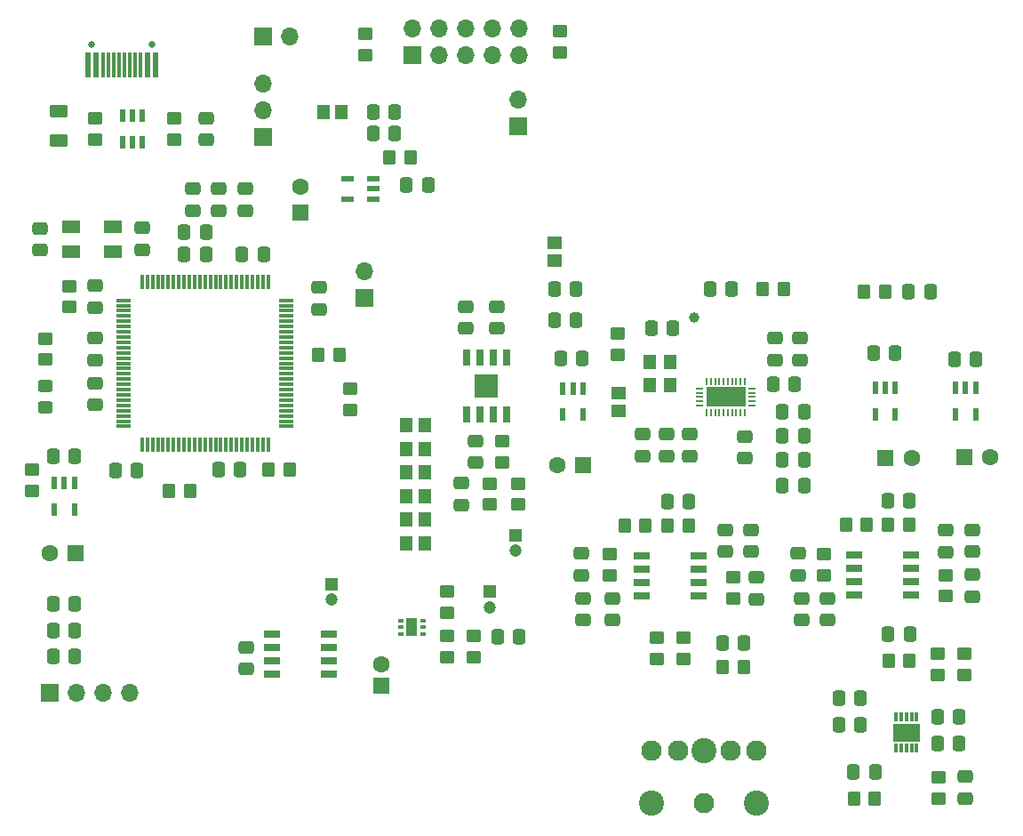
<source format=gts>
G04 #@! TF.GenerationSoftware,KiCad,Pcbnew,(6.0.0)*
G04 #@! TF.CreationDate,2022-06-03T20:07:36-07:00*
G04 #@! TF.ProjectId,steDAC,73746544-4143-42e6-9b69-6361645f7063,rev?*
G04 #@! TF.SameCoordinates,Original*
G04 #@! TF.FileFunction,Soldermask,Top*
G04 #@! TF.FilePolarity,Negative*
%FSLAX46Y46*%
G04 Gerber Fmt 4.6, Leading zero omitted, Abs format (unit mm)*
G04 Created by KiCad (PCBNEW (6.0.0)) date 2022-06-03 20:07:36*
%MOMM*%
%LPD*%
G01*
G04 APERTURE LIST*
G04 Aperture macros list*
%AMRoundRect*
0 Rectangle with rounded corners*
0 $1 Rounding radius*
0 $2 $3 $4 $5 $6 $7 $8 $9 X,Y pos of 4 corners*
0 Add a 4 corners polygon primitive as box body*
4,1,4,$2,$3,$4,$5,$6,$7,$8,$9,$2,$3,0*
0 Add four circle primitives for the rounded corners*
1,1,$1+$1,$2,$3*
1,1,$1+$1,$4,$5*
1,1,$1+$1,$6,$7*
1,1,$1+$1,$8,$9*
0 Add four rect primitives between the rounded corners*
20,1,$1+$1,$2,$3,$4,$5,0*
20,1,$1+$1,$4,$5,$6,$7,0*
20,1,$1+$1,$6,$7,$8,$9,0*
20,1,$1+$1,$8,$9,$2,$3,0*%
G04 Aperture macros list end*
%ADD10R,1.528000X0.650000*%
%ADD11RoundRect,0.250000X0.350000X0.450000X-0.350000X0.450000X-0.350000X-0.450000X0.350000X-0.450000X0*%
%ADD12RoundRect,0.250000X0.337500X0.475000X-0.337500X0.475000X-0.337500X-0.475000X0.337500X-0.475000X0*%
%ADD13RoundRect,0.250000X-0.350000X-0.450000X0.350000X-0.450000X0.350000X0.450000X-0.350000X0.450000X0*%
%ADD14R,1.700000X1.700000*%
%ADD15O,1.700000X1.700000*%
%ADD16RoundRect,0.250000X-0.475000X0.337500X-0.475000X-0.337500X0.475000X-0.337500X0.475000X0.337500X0*%
%ADD17R,1.200000X1.200000*%
%ADD18C,1.200000*%
%ADD19R,0.600000X0.350000*%
%ADD20R,1.100000X1.700000*%
%ADD21RoundRect,0.250000X-0.450000X0.350000X-0.450000X-0.350000X0.450000X-0.350000X0.450000X0.350000X0*%
%ADD22R,1.800000X1.200000*%
%ADD23RoundRect,0.250000X-0.337500X-0.475000X0.337500X-0.475000X0.337500X0.475000X-0.337500X0.475000X0*%
%ADD24RoundRect,0.250000X0.450000X-0.350000X0.450000X0.350000X-0.450000X0.350000X-0.450000X-0.350000X0*%
%ADD25R,1.200000X1.400000*%
%ADD26RoundRect,0.250000X0.475000X-0.337500X0.475000X0.337500X-0.475000X0.337500X-0.475000X-0.337500X0*%
%ADD27R,0.600000X1.150000*%
%ADD28R,1.526000X0.650000*%
%ADD29R,1.400000X1.200000*%
%ADD30C,1.950000*%
%ADD31C,2.400000*%
%ADD32R,1.475000X0.300000*%
%ADD33R,0.300000X1.475000*%
%ADD34C,0.650000*%
%ADD35R,0.600000X2.450000*%
%ADD36R,0.300000X2.450000*%
%ADD37RoundRect,0.250000X0.450000X-0.325000X0.450000X0.325000X-0.450000X0.325000X-0.450000X-0.325000X0*%
%ADD38R,1.600000X1.600000*%
%ADD39C,1.600000*%
%ADD40R,1.150000X0.600000*%
%ADD41R,0.200000X0.750000*%
%ADD42R,0.750000X0.200000*%
%ADD43R,3.850000X1.850000*%
%ADD44R,0.650000X1.525000*%
%ADD45R,2.290000X2.290000*%
%ADD46RoundRect,0.250000X-0.625000X0.375000X-0.625000X-0.375000X0.625000X-0.375000X0.625000X0.375000X0*%
%ADD47R,0.300000X0.850000*%
%ADD48R,2.500000X1.750000*%
%ADD49C,1.000000*%
G04 APERTURE END LIST*
D10*
X175873500Y-111805000D03*
X175873500Y-110535000D03*
X175873500Y-109265000D03*
X175873500Y-107995000D03*
X170451500Y-107995000D03*
X170451500Y-109265000D03*
X170451500Y-110535000D03*
X170451500Y-111805000D03*
D11*
X171662500Y-105150000D03*
X169662500Y-105150000D03*
D12*
X174350000Y-88750000D03*
X172275000Y-88750000D03*
D13*
X171412500Y-82900000D03*
X173412500Y-82900000D03*
D12*
X158800000Y-82700000D03*
X156725000Y-82700000D03*
D14*
X114162500Y-68175000D03*
D15*
X114162500Y-65635000D03*
X114162500Y-63095000D03*
D16*
X144412500Y-107862500D03*
X144412500Y-109937500D03*
D17*
X135700000Y-111500000D03*
D18*
X135700000Y-113000000D03*
D19*
X129350000Y-115525000D03*
X129350000Y-114875000D03*
X129350000Y-114225000D03*
X127250000Y-114225000D03*
X127250000Y-114875000D03*
X127250000Y-115525000D03*
D20*
X128300000Y-114875000D03*
D12*
X154700000Y-102900000D03*
X152625000Y-102900000D03*
D16*
X160012500Y-96712500D03*
X160012500Y-98787500D03*
D11*
X150562500Y-105200000D03*
X148562500Y-105200000D03*
D21*
X147162500Y-107900000D03*
X147162500Y-109900000D03*
D11*
X154662500Y-105200000D03*
X152662500Y-105200000D03*
D22*
X99862500Y-76750000D03*
X95862500Y-76750000D03*
X95862500Y-79150000D03*
X99862500Y-79150000D03*
D23*
X163625000Y-94400000D03*
X165700000Y-94400000D03*
D24*
X158912500Y-112150000D03*
X158912500Y-110150000D03*
X142412500Y-60150000D03*
X142412500Y-58150000D03*
D21*
X138400000Y-101200000D03*
X138400000Y-103200000D03*
D17*
X120650000Y-110750000D03*
D18*
X120650000Y-112250000D03*
D25*
X127812500Y-95650000D03*
X129512500Y-95650000D03*
D26*
X133000000Y-103237500D03*
X133000000Y-101162500D03*
D14*
X128337500Y-60425000D03*
D15*
X128337500Y-57885000D03*
X130877500Y-60425000D03*
X130877500Y-57885000D03*
X133417500Y-60425000D03*
X133417500Y-57885000D03*
X135957500Y-60425000D03*
X135957500Y-57885000D03*
X138497500Y-60425000D03*
X138497500Y-57885000D03*
D16*
X158162500Y-105612500D03*
X158162500Y-107687500D03*
D14*
X93862500Y-121150000D03*
D15*
X96402500Y-121150000D03*
X98942500Y-121150000D03*
X101482500Y-121150000D03*
D10*
X150240500Y-108050000D03*
X150240500Y-109320000D03*
X150240500Y-110590000D03*
X150240500Y-111860000D03*
X155662500Y-111860000D03*
X155662500Y-110590000D03*
X155662500Y-109320000D03*
X155662500Y-108050000D03*
D26*
X181012500Y-131187500D03*
X181012500Y-129112500D03*
D25*
X127812500Y-102400000D03*
X129512500Y-102400000D03*
D26*
X181662500Y-111937500D03*
X181662500Y-109862500D03*
D24*
X154162500Y-117900000D03*
X154162500Y-115900000D03*
D25*
X127812500Y-97900000D03*
X129512500Y-97900000D03*
D27*
X182012500Y-92100000D03*
X181062500Y-92100000D03*
X180112500Y-92100000D03*
X180112500Y-94600000D03*
X182012500Y-94600000D03*
D24*
X179162500Y-111900000D03*
X179162500Y-109900000D03*
D28*
X120374500Y-119305000D03*
X120374500Y-118035000D03*
X120374500Y-116765000D03*
X120374500Y-115495000D03*
X114950500Y-115495000D03*
X114950500Y-116765000D03*
X114950500Y-118035000D03*
X114950500Y-119305000D03*
D25*
X127812500Y-106850000D03*
X129512500Y-106850000D03*
D26*
X98162500Y-93687500D03*
X98162500Y-91612500D03*
D29*
X148012500Y-92550000D03*
X148012500Y-94250000D03*
D16*
X181662500Y-105612500D03*
X181662500Y-107687500D03*
D30*
X156162500Y-131650000D03*
X151162500Y-126650000D03*
X153662500Y-126650000D03*
X158662500Y-126650000D03*
X161162500Y-126650000D03*
D31*
X161162500Y-131650000D03*
X151162500Y-131650000D03*
X156162500Y-126650000D03*
D16*
X152562500Y-96512500D03*
X152562500Y-98587500D03*
D26*
X112550000Y-118837500D03*
X112550000Y-116762500D03*
D32*
X100874500Y-83750000D03*
X100874500Y-84250000D03*
X100874500Y-84750000D03*
X100874500Y-85250000D03*
X100874500Y-85750000D03*
X100874500Y-86250000D03*
X100874500Y-86750000D03*
X100874500Y-87250000D03*
X100874500Y-87750000D03*
X100874500Y-88250000D03*
X100874500Y-88750000D03*
X100874500Y-89250000D03*
X100874500Y-89750000D03*
X100874500Y-90250000D03*
X100874500Y-90750000D03*
X100874500Y-91250000D03*
X100874500Y-91750000D03*
X100874500Y-92250000D03*
X100874500Y-92750000D03*
X100874500Y-93250000D03*
X100874500Y-93750000D03*
X100874500Y-94250000D03*
X100874500Y-94750000D03*
X100874500Y-95250000D03*
X100874500Y-95750000D03*
D33*
X102612500Y-97488000D03*
X103112500Y-97488000D03*
X103612500Y-97488000D03*
X104112500Y-97488000D03*
X104612500Y-97488000D03*
X105112500Y-97488000D03*
X105612500Y-97488000D03*
X106112500Y-97488000D03*
X106612500Y-97488000D03*
X107112500Y-97488000D03*
X107612500Y-97488000D03*
X108112500Y-97488000D03*
X108612500Y-97488000D03*
X109112500Y-97488000D03*
X109612500Y-97488000D03*
X110112500Y-97488000D03*
X110612500Y-97488000D03*
X111112500Y-97488000D03*
X111612500Y-97488000D03*
X112112500Y-97488000D03*
X112612500Y-97488000D03*
X113112500Y-97488000D03*
X113612500Y-97488000D03*
X114112500Y-97488000D03*
X114612500Y-97488000D03*
D32*
X116350500Y-95750000D03*
X116350500Y-95250000D03*
X116350500Y-94750000D03*
X116350500Y-94250000D03*
X116350500Y-93750000D03*
X116350500Y-93250000D03*
X116350500Y-92750000D03*
X116350500Y-92250000D03*
X116350500Y-91750000D03*
X116350500Y-91250000D03*
X116350500Y-90750000D03*
X116350500Y-90250000D03*
X116350500Y-89750000D03*
X116350500Y-89250000D03*
X116350500Y-88750000D03*
X116350500Y-88250000D03*
X116350500Y-87750000D03*
X116350500Y-87250000D03*
X116350500Y-86750000D03*
X116350500Y-86250000D03*
X116350500Y-85750000D03*
X116350500Y-85250000D03*
X116350500Y-84750000D03*
X116350500Y-84250000D03*
X116350500Y-83750000D03*
D33*
X114612500Y-82012000D03*
X114112500Y-82012000D03*
X113612500Y-82012000D03*
X113112500Y-82012000D03*
X112612500Y-82012000D03*
X112112500Y-82012000D03*
X111612500Y-82012000D03*
X111112500Y-82012000D03*
X110612500Y-82012000D03*
X110112500Y-82012000D03*
X109612500Y-82012000D03*
X109112500Y-82012000D03*
X108612500Y-82012000D03*
X108112500Y-82012000D03*
X107612500Y-82012000D03*
X107112500Y-82012000D03*
X106612500Y-82012000D03*
X106112500Y-82012000D03*
X105612500Y-82012000D03*
X105112500Y-82012000D03*
X104612500Y-82012000D03*
X104112500Y-82012000D03*
X103612500Y-82012000D03*
X103112500Y-82012000D03*
X102612500Y-82012000D03*
D11*
X175662500Y-105150000D03*
X173662500Y-105150000D03*
D34*
X103577500Y-59365000D03*
X97797500Y-59365000D03*
D35*
X103912500Y-61310000D03*
X103137500Y-61310000D03*
D36*
X102437500Y-61310000D03*
X101937500Y-61310000D03*
X101437500Y-61310000D03*
X100937500Y-61310000D03*
X100437500Y-61310000D03*
X99937500Y-61310000D03*
X99437500Y-61310000D03*
X98937500Y-61310000D03*
D35*
X98237500Y-61310000D03*
X97462500Y-61310000D03*
D16*
X179162500Y-105652500D03*
X179162500Y-107727500D03*
D12*
X108700000Y-77250000D03*
X106625000Y-77250000D03*
D16*
X154812500Y-96512500D03*
X154812500Y-98587500D03*
D23*
X151125000Y-86400000D03*
X153200000Y-86400000D03*
D13*
X126162500Y-70150000D03*
X128162500Y-70150000D03*
D26*
X92862500Y-78987500D03*
X92862500Y-76912500D03*
D37*
X93412500Y-93925000D03*
X93412500Y-91875000D03*
D14*
X114162500Y-58650000D03*
D15*
X116702500Y-58650000D03*
D24*
X178512500Y-131150000D03*
X178512500Y-129150000D03*
D21*
X131700000Y-111500000D03*
X131700000Y-113500000D03*
D26*
X119512500Y-84587500D03*
X119512500Y-82512500D03*
D23*
X112125000Y-79400000D03*
X114200000Y-79400000D03*
D26*
X112412500Y-75187500D03*
X112412500Y-73112500D03*
D12*
X180450000Y-125900000D03*
X178375000Y-125900000D03*
D25*
X127812500Y-100150000D03*
X129512500Y-100150000D03*
D21*
X178412500Y-117400000D03*
X178412500Y-119400000D03*
D23*
X141875000Y-85650000D03*
X143950000Y-85650000D03*
D38*
X125412500Y-120400000D03*
D39*
X125412500Y-118400000D03*
D14*
X138412500Y-67175000D03*
D15*
X138412500Y-64635000D03*
D11*
X107162500Y-101900000D03*
X105162500Y-101900000D03*
D26*
X165412500Y-114187500D03*
X165412500Y-112112500D03*
D21*
X135700000Y-101200000D03*
X135700000Y-103200000D03*
D11*
X163762500Y-82700000D03*
X161762500Y-82700000D03*
D21*
X147912500Y-86900000D03*
X147912500Y-88900000D03*
D16*
X150312500Y-96512500D03*
X150312500Y-98587500D03*
D12*
X180450000Y-123400000D03*
X178375000Y-123400000D03*
D21*
X98162500Y-66455000D03*
X98162500Y-68455000D03*
D26*
X108687500Y-68492500D03*
X108687500Y-66417500D03*
D21*
X123912500Y-58400000D03*
X123912500Y-60400000D03*
D13*
X114662500Y-99900000D03*
X116662500Y-99900000D03*
D21*
X131650000Y-115700000D03*
X131650000Y-117700000D03*
D25*
X119862500Y-65850000D03*
X121562500Y-65850000D03*
D21*
X167600000Y-107900000D03*
X167600000Y-109900000D03*
D38*
X180912500Y-98650000D03*
D39*
X183412500Y-98650000D03*
D26*
X134412500Y-99187500D03*
X134412500Y-97112500D03*
D12*
X126700000Y-67900000D03*
X124625000Y-67900000D03*
D26*
X161162500Y-112187500D03*
X161162500Y-110112500D03*
X165262500Y-89450000D03*
X165262500Y-87375000D03*
D29*
X141912500Y-78300000D03*
X141912500Y-80000000D03*
D16*
X165100000Y-107862500D03*
X165100000Y-109937500D03*
D23*
X162725000Y-91700000D03*
X164800000Y-91700000D03*
D11*
X159912500Y-118650000D03*
X157912500Y-118650000D03*
D21*
X105687500Y-66455000D03*
X105687500Y-68455000D03*
D27*
X96162500Y-101150000D03*
X95212500Y-101150000D03*
X94262500Y-101150000D03*
X94262500Y-103650000D03*
X96162500Y-103650000D03*
D24*
X151662500Y-117900000D03*
X151662500Y-115900000D03*
D12*
X96200000Y-117650000D03*
X94125000Y-117650000D03*
D24*
X180912500Y-119400000D03*
X180912500Y-117400000D03*
D26*
X107412500Y-75187500D03*
X107412500Y-73112500D03*
D23*
X175625000Y-82900000D03*
X177700000Y-82900000D03*
D40*
X124662500Y-74100000D03*
X124662500Y-73150000D03*
X124662500Y-72200000D03*
X122162500Y-72200000D03*
X122162500Y-74100000D03*
D26*
X167912500Y-114187500D03*
X167912500Y-112112500D03*
D11*
X175712500Y-118050000D03*
X173712500Y-118050000D03*
D16*
X160662500Y-105612500D03*
X160662500Y-107687500D03*
D27*
X144612500Y-92150000D03*
X143662500Y-92150000D03*
X142712500Y-92150000D03*
X142712500Y-94650000D03*
X144612500Y-94650000D03*
D16*
X98162500Y-82362500D03*
X98162500Y-84437500D03*
D26*
X144662500Y-114187500D03*
X144662500Y-112112500D03*
D21*
X136912500Y-97150000D03*
X136912500Y-99150000D03*
D26*
X133412500Y-86437500D03*
X133412500Y-84362500D03*
D23*
X109875000Y-99900000D03*
X111950000Y-99900000D03*
D41*
X156412500Y-94450000D03*
X156812500Y-94450000D03*
X157212500Y-94450000D03*
X157612500Y-94450000D03*
X158012500Y-94450000D03*
X158412500Y-94450000D03*
X158812500Y-94450000D03*
X159212500Y-94450000D03*
X159612500Y-94450000D03*
X160012500Y-94450000D03*
D42*
X160712500Y-93750000D03*
X160712500Y-93350000D03*
X160712500Y-92950000D03*
X160712500Y-92550000D03*
X160712500Y-92150000D03*
D41*
X160012500Y-91450000D03*
X159612500Y-91450000D03*
X159212500Y-91450000D03*
X158812500Y-91450000D03*
X158412500Y-91450000D03*
X158012500Y-91450000D03*
X157612500Y-91450000D03*
X157212500Y-91450000D03*
X156812500Y-91450000D03*
X156412500Y-91450000D03*
D42*
X155712500Y-92150000D03*
X155712500Y-92550000D03*
X155712500Y-92950000D03*
X155712500Y-93350000D03*
X155712500Y-93750000D03*
D43*
X158212500Y-92950000D03*
D12*
X144550000Y-89250000D03*
X142475000Y-89250000D03*
X182050000Y-89400000D03*
X179975000Y-89400000D03*
D38*
X117662500Y-75400000D03*
D39*
X117662500Y-72900000D03*
D21*
X122412500Y-92150000D03*
X122412500Y-94150000D03*
D26*
X109912500Y-75187500D03*
X109912500Y-73112500D03*
D11*
X121412500Y-88900000D03*
X119412500Y-88900000D03*
D23*
X163625000Y-98950000D03*
X165700000Y-98950000D03*
D26*
X147412500Y-114187500D03*
X147412500Y-112112500D03*
D21*
X93412500Y-87400000D03*
X93412500Y-89400000D03*
D12*
X102150000Y-99950000D03*
X100075000Y-99950000D03*
D26*
X162912500Y-89437500D03*
X162912500Y-87362500D03*
D12*
X175700000Y-102850000D03*
X173625000Y-102850000D03*
X96200000Y-112650000D03*
X94125000Y-112650000D03*
D38*
X144662500Y-99400000D03*
D39*
X142162500Y-99400000D03*
D44*
X133507500Y-94612000D03*
X134777500Y-94612000D03*
X136047500Y-94612000D03*
X137317500Y-94612000D03*
X137317500Y-89188000D03*
X136047500Y-89188000D03*
X134777500Y-89188000D03*
X133507500Y-89188000D03*
D45*
X135412500Y-91900000D03*
D12*
X96200000Y-115150000D03*
X94125000Y-115150000D03*
D23*
X163625000Y-96650000D03*
X165700000Y-96650000D03*
X173675000Y-115550000D03*
X175750000Y-115550000D03*
D38*
X96312500Y-107850000D03*
D39*
X93812500Y-107850000D03*
D23*
X127775000Y-72750000D03*
X129850000Y-72750000D03*
D27*
X102637500Y-66205000D03*
X101687500Y-66205000D03*
X100737500Y-66205000D03*
X100737500Y-68705000D03*
X101687500Y-68705000D03*
X102637500Y-68705000D03*
D23*
X168975000Y-121650000D03*
X171050000Y-121650000D03*
D16*
X98162500Y-87362500D03*
X98162500Y-89437500D03*
D21*
X95662500Y-82400000D03*
X95662500Y-84400000D03*
D23*
X163625000Y-101350000D03*
X165700000Y-101350000D03*
D38*
X173412500Y-98750000D03*
D39*
X175912500Y-98750000D03*
D12*
X96200000Y-98600000D03*
X94125000Y-98600000D03*
X172450000Y-128650000D03*
X170375000Y-128650000D03*
D23*
X168975000Y-124150000D03*
X171050000Y-124150000D03*
D46*
X94687500Y-65750000D03*
X94687500Y-68550000D03*
D26*
X136412500Y-86437500D03*
X136412500Y-84362500D03*
D17*
X138200000Y-106100000D03*
D18*
X138200000Y-107600000D03*
D12*
X108700000Y-79400000D03*
X106625000Y-79400000D03*
D24*
X92100000Y-101900000D03*
X92100000Y-99900000D03*
D12*
X138537500Y-115800000D03*
X136462500Y-115800000D03*
D16*
X102662500Y-76862500D03*
X102662500Y-78937500D03*
D47*
X176412500Y-123400000D03*
X175912500Y-123400000D03*
X175412500Y-123400000D03*
X174912500Y-123400000D03*
X174412500Y-123400000D03*
X174412500Y-126400000D03*
X174912500Y-126400000D03*
X175412500Y-126400000D03*
X175912500Y-126400000D03*
X176412500Y-126400000D03*
D48*
X175412500Y-124900000D03*
D25*
X151012500Y-89600000D03*
X151012500Y-91800000D03*
X152912500Y-91800000D03*
X152912500Y-89600000D03*
D12*
X143950000Y-82650000D03*
X141875000Y-82650000D03*
D24*
X134200000Y-117700000D03*
X134200000Y-115700000D03*
D27*
X174362500Y-92100000D03*
X173412500Y-92100000D03*
X172462500Y-92100000D03*
X172462500Y-94600000D03*
X174362500Y-94600000D03*
D23*
X157875000Y-116400000D03*
X159950000Y-116400000D03*
D14*
X123812500Y-83550000D03*
D15*
X123812500Y-81010000D03*
D25*
X127812500Y-104600000D03*
X129512500Y-104600000D03*
D49*
X155162500Y-85400000D03*
D11*
X172412500Y-131150000D03*
X170412500Y-131150000D03*
D23*
X124625000Y-65850000D03*
X126700000Y-65850000D03*
M02*

</source>
